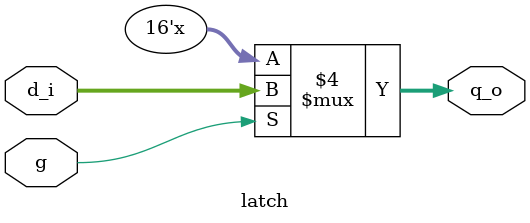
<source format=v>


`timescale 1ns/10ps

module latch (
    q_o,
    d_i,
    g
);


output [15:0] q_o;
reg [15:0] q_o;
input [15:0] d_i;
input g;






always @(d_i, g) begin: LATCH_LOGIC
    if ((g == 1)) begin
        q_o = d_i;
    end
end

endmodule

</source>
